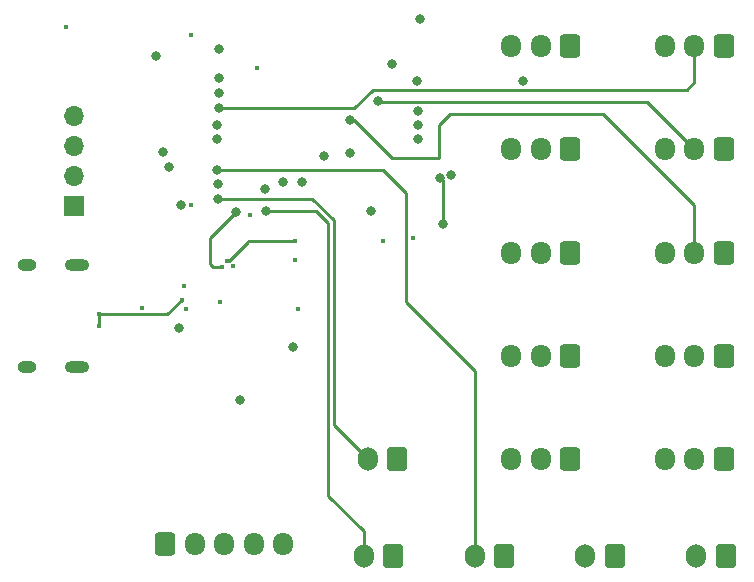
<source format=gbr>
%TF.GenerationSoftware,KiCad,Pcbnew,6.0.4-1.fc35*%
%TF.CreationDate,2022-04-06T20:21:09+03:00*%
%TF.ProjectId,Glove,476c6f76-652e-46b6-9963-61645f706362,rev?*%
%TF.SameCoordinates,Original*%
%TF.FileFunction,Copper,L3,Inr*%
%TF.FilePolarity,Positive*%
%FSLAX46Y46*%
G04 Gerber Fmt 4.6, Leading zero omitted, Abs format (unit mm)*
G04 Created by KiCad (PCBNEW 6.0.4-1.fc35) date 2022-04-06 20:21:09*
%MOMM*%
%LPD*%
G01*
G04 APERTURE LIST*
G04 Aperture macros list*
%AMRoundRect*
0 Rectangle with rounded corners*
0 $1 Rounding radius*
0 $2 $3 $4 $5 $6 $7 $8 $9 X,Y pos of 4 corners*
0 Add a 4 corners polygon primitive as box body*
4,1,4,$2,$3,$4,$5,$6,$7,$8,$9,$2,$3,0*
0 Add four circle primitives for the rounded corners*
1,1,$1+$1,$2,$3*
1,1,$1+$1,$4,$5*
1,1,$1+$1,$6,$7*
1,1,$1+$1,$8,$9*
0 Add four rect primitives between the rounded corners*
20,1,$1+$1,$2,$3,$4,$5,0*
20,1,$1+$1,$4,$5,$6,$7,0*
20,1,$1+$1,$6,$7,$8,$9,0*
20,1,$1+$1,$8,$9,$2,$3,0*%
G04 Aperture macros list end*
%TA.AperFunction,ComponentPad*%
%ADD10RoundRect,0.250000X0.600000X0.725000X-0.600000X0.725000X-0.600000X-0.725000X0.600000X-0.725000X0*%
%TD*%
%TA.AperFunction,ComponentPad*%
%ADD11O,1.700000X1.950000*%
%TD*%
%TA.AperFunction,ComponentPad*%
%ADD12RoundRect,0.250000X0.600000X0.750000X-0.600000X0.750000X-0.600000X-0.750000X0.600000X-0.750000X0*%
%TD*%
%TA.AperFunction,ComponentPad*%
%ADD13O,1.700000X2.000000*%
%TD*%
%TA.AperFunction,ComponentPad*%
%ADD14RoundRect,0.250000X-0.600000X-0.725000X0.600000X-0.725000X0.600000X0.725000X-0.600000X0.725000X0*%
%TD*%
%TA.AperFunction,ComponentPad*%
%ADD15O,2.100000X1.000000*%
%TD*%
%TA.AperFunction,ComponentPad*%
%ADD16O,1.600000X1.000000*%
%TD*%
%TA.AperFunction,ComponentPad*%
%ADD17R,1.700000X1.700000*%
%TD*%
%TA.AperFunction,ComponentPad*%
%ADD18O,1.700000X1.700000*%
%TD*%
%TA.AperFunction,ViaPad*%
%ADD19C,0.800000*%
%TD*%
%TA.AperFunction,ViaPad*%
%ADD20C,0.450000*%
%TD*%
%TA.AperFunction,Conductor*%
%ADD21C,0.250000*%
%TD*%
G04 APERTURE END LIST*
D10*
%TO.N,GND*%
%TO.C,RV_Pinky1*%
X171500000Y-96525000D03*
D11*
%TO.N,PinkyPot*%
X169000000Y-96525000D03*
%TO.N,+3V3*%
X166500000Y-96525000D03*
%TD*%
D12*
%TO.N,GND*%
%TO.C,BTN_A1*%
X152894444Y-104725000D03*
D13*
%TO.N,BtnA*%
X150394444Y-104725000D03*
%TD*%
D10*
%TO.N,RingPWM*%
%TO.C,Ring_Servo1*%
X158500000Y-87775000D03*
D11*
%TO.N,+5V*%
X156000000Y-87775000D03*
%TO.N,GND*%
X153500000Y-87775000D03*
%TD*%
D10*
%TO.N,GND*%
%TO.C,RV_Pointer1*%
X171500000Y-87775000D03*
D11*
%TO.N,PointerPot*%
X169000000Y-87775000D03*
%TO.N,+3V3*%
X166500000Y-87775000D03*
%TD*%
D12*
%TO.N,GND*%
%TO.C,BTN_Trigger1*%
X143850000Y-96525000D03*
D13*
%TO.N,BtnTrigger*%
X141350000Y-96525000D03*
%TD*%
D12*
%TO.N,GND*%
%TO.C,BTN_B1*%
X171650000Y-104725000D03*
D13*
%TO.N,BtnB*%
X169150000Y-104725000D03*
%TD*%
D14*
%TO.N,+3V3*%
%TO.C,J2*%
X124200000Y-103675000D03*
D11*
%TO.N,JoyX*%
X126700000Y-103675000D03*
%TO.N,JoyY*%
X129200000Y-103675000D03*
%TO.N,JoyClick*%
X131700000Y-103675000D03*
%TO.N,GND*%
X134200000Y-103675000D03*
%TD*%
D12*
%TO.N,GND*%
%TO.C,BTN_Grab1*%
X143516667Y-104725000D03*
D13*
%TO.N,BtnGrab*%
X141016667Y-104725000D03*
%TD*%
D10*
%TO.N,PinkyPWM*%
%TO.C,Pinky_Servo1*%
X158500000Y-96525000D03*
D11*
%TO.N,+5V*%
X156000000Y-96525000D03*
%TO.N,GND*%
X153500000Y-96525000D03*
%TD*%
D10*
%TO.N,GND*%
%TO.C,RV_Ring1*%
X171500000Y-70275000D03*
D11*
%TO.N,RingPot*%
X169000000Y-70275000D03*
%TO.N,+3V3*%
X166500000Y-70275000D03*
%TD*%
D15*
%TO.N,GND*%
%TO.C,J1*%
X116705000Y-80080000D03*
X116705000Y-88720000D03*
D16*
X112525000Y-88720000D03*
X112525000Y-80080000D03*
%TD*%
D10*
%TO.N,PointerPWM*%
%TO.C,Pointer_Servo1*%
X158500000Y-70275000D03*
D11*
%TO.N,+5V*%
X156000000Y-70275000D03*
%TO.N,GND*%
X153500000Y-70275000D03*
%TD*%
D10*
%TO.N,MiddlePWM*%
%TO.C,Middle_Servo1*%
X158500000Y-79025000D03*
D11*
%TO.N,+5V*%
X156000000Y-79025000D03*
%TO.N,GND*%
X153500000Y-79025000D03*
%TD*%
D12*
%TO.N,GND*%
%TO.C,BTN_Pinch1*%
X162272221Y-104725000D03*
D13*
%TO.N,BtnPinch*%
X159772221Y-104725000D03*
%TD*%
D17*
%TO.N,/MTMS*%
%TO.C,J_JTAG1*%
X116500000Y-75100000D03*
D18*
%TO.N,/MTDI*%
X116500000Y-72560000D03*
%TO.N,/MTCK*%
X116500000Y-70020000D03*
%TO.N,/MTDO*%
X116500000Y-67480000D03*
%TD*%
D10*
%TO.N,GND*%
%TO.C,RV_Thumb1*%
X171500000Y-61525000D03*
D11*
%TO.N,ThumbPot*%
X169000000Y-61525000D03*
%TO.N,+3V3*%
X166500000Y-61525000D03*
%TD*%
D10*
%TO.N,GND*%
%TO.C,RV_Middle1*%
X171500000Y-79025000D03*
D11*
%TO.N,MiddlePot*%
X169000000Y-79025000D03*
%TO.N,+3V3*%
X166500000Y-79025000D03*
%TD*%
D10*
%TO.N,ThumbPWM*%
%TO.C,Thumb_Servo1*%
X158500000Y-61525000D03*
D11*
%TO.N,+5V*%
X156000000Y-61525000D03*
%TO.N,GND*%
X153500000Y-61525000D03*
%TD*%
D19*
%TO.N,GND*%
X135000000Y-87000000D03*
D20*
X128800000Y-83200000D03*
X131400000Y-75800000D03*
X125800000Y-81800000D03*
D19*
X123400000Y-62400000D03*
D20*
X132000000Y-63400000D03*
X135400000Y-83800000D03*
D19*
%TO.N,BtnA*%
X128600000Y-72000000D03*
%TO.N,BtnB*%
X125500000Y-75000000D03*
X128660000Y-73195000D03*
%TO.N,BtnGrab*%
X132715000Y-75465000D03*
X124500000Y-71775500D03*
%TO.N,BtnPinch*%
X145800000Y-59200000D03*
X148400000Y-72400000D03*
%TO.N,BtnTrigger*%
X128660000Y-74465000D03*
D20*
%TO.N,+3V3*%
X115820000Y-59875000D03*
D19*
X125400000Y-85400000D03*
X130500000Y-91500000D03*
%TO.N,JoyX*%
X134200000Y-73000000D03*
X139800000Y-70600000D03*
X128600000Y-68200000D03*
%TO.N,JoyY*%
X135800000Y-73000000D03*
X128600000Y-69400000D03*
%TO.N,JoyClick*%
X137600000Y-70800000D03*
%TO.N,MiddlePWM*%
X145600000Y-67000000D03*
%TO.N,PinkyPWM*%
X145600000Y-69400000D03*
%TO.N,PointerPWM*%
X145500000Y-64500000D03*
%TO.N,JTAG_MTDO*%
X124012299Y-70487701D03*
X141605000Y-75465000D03*
%TO.N,RingPWM*%
X145600000Y-68200000D03*
%TO.N,MiddlePot*%
X128750000Y-64250000D03*
X139800000Y-67800000D03*
%TO.N,PinkyPot*%
X147436533Y-72665963D03*
X147675500Y-76600000D03*
X128750000Y-61750000D03*
%TO.N,PointerPot*%
X128750000Y-65500000D03*
%TO.N,RingPot*%
X142200000Y-66200000D03*
%TO.N,ThumbPot*%
X128750000Y-66750000D03*
%TO.N,ThumbPWM*%
X154500000Y-64500000D03*
D20*
%TO.N,Net-(J1-PadA7)*%
X125994759Y-83825014D03*
X122200000Y-83675500D03*
%TO.N,Net-(J1-PadA6)*%
X118600000Y-85200000D03*
X118600000Y-84200000D03*
X125600000Y-83000000D03*
%TO.N,EN*%
X126400000Y-60600000D03*
X126400000Y-75000000D03*
%TO.N,IO0*%
X145200000Y-77800000D03*
X129452735Y-79734292D03*
X135200000Y-78000000D03*
X142600000Y-78000000D03*
%TO.N,RXD*%
X129928698Y-80176233D03*
X135200000Y-79600000D03*
D19*
%TO.N,TXD*%
X130200000Y-75600000D03*
D20*
X129000000Y-80200000D03*
D19*
X143400000Y-63000000D03*
X132600000Y-73600000D03*
%TD*%
D21*
%TO.N,BtnA*%
X142607141Y-71992859D02*
X128607141Y-71992859D01*
X150394444Y-88994444D02*
X144600000Y-83200000D01*
X128607141Y-71992859D02*
X128600000Y-72000000D01*
X144600000Y-83200000D02*
X144600000Y-73985718D01*
X144600000Y-73985718D02*
X142607141Y-71992859D01*
X150394444Y-104725000D02*
X150394444Y-88994444D01*
%TO.N,BtnGrab*%
X141016667Y-104725000D02*
X141016667Y-102616667D01*
X138000000Y-76465000D02*
X137000000Y-75465000D01*
X138000000Y-99600000D02*
X138000000Y-76465000D01*
X141016667Y-102616667D02*
X138000000Y-99600000D01*
X137000000Y-75465000D02*
X132715000Y-75465000D01*
%TO.N,BtnTrigger*%
X138449520Y-93624520D02*
X138449520Y-76278802D01*
X141350000Y-96525000D02*
X138449520Y-93624520D01*
X136635718Y-74465000D02*
X128660000Y-74465000D01*
X138449520Y-76278802D02*
X136635718Y-74465000D01*
%TO.N,MiddlePot*%
X161300479Y-67300479D02*
X148299521Y-67300479D01*
X162200000Y-68200000D02*
X161300479Y-67300479D01*
X169000000Y-75000000D02*
X162200000Y-68200000D01*
X148299521Y-67300479D02*
X147800000Y-67800000D01*
X143400000Y-71000000D02*
X142600000Y-70200000D01*
X142600000Y-70200000D02*
X140200000Y-67800000D01*
X140200000Y-67800000D02*
X139800000Y-67800000D01*
X169000000Y-79025000D02*
X169000000Y-75000000D01*
X147400000Y-68200000D02*
X147400000Y-71000000D01*
X147800000Y-67800000D02*
X147400000Y-68200000D01*
X147400000Y-71000000D02*
X143400000Y-71000000D01*
%TO.N,PinkyPot*%
X147675500Y-72904930D02*
X147436533Y-72665963D01*
X147675500Y-76600000D02*
X147675500Y-72904930D01*
%TO.N,RingPot*%
X142475489Y-66275489D02*
X142400000Y-66200000D01*
X169000000Y-70275000D02*
X165000489Y-66275489D01*
X165000489Y-66275489D02*
X142475489Y-66275489D01*
X142400000Y-66200000D02*
X142200000Y-66200000D01*
%TO.N,ThumbPot*%
X169000000Y-64600000D02*
X168375489Y-65224511D01*
X141775489Y-65224511D02*
X140200000Y-66800000D01*
X140200000Y-66800000D02*
X128800000Y-66800000D01*
X168375489Y-65224511D02*
X141775489Y-65224511D01*
X128800000Y-66800000D02*
X128750000Y-66750000D01*
X169000000Y-61525000D02*
X169000000Y-64600000D01*
%TO.N,Net-(J1-PadA6)*%
X118600000Y-84200000D02*
X118600000Y-85200000D01*
X118625011Y-84225011D02*
X118600000Y-84200000D01*
X124374989Y-84225011D02*
X118625011Y-84225011D01*
X125600000Y-83000000D02*
X124374989Y-84225011D01*
%TO.N,IO0*%
X131191257Y-78136547D02*
X129593512Y-79734292D01*
X131191257Y-78000000D02*
X135200000Y-78000000D01*
X129593512Y-79734292D02*
X129452735Y-79734292D01*
X131191257Y-78000000D02*
X131191257Y-78136547D01*
%TO.N,TXD*%
X128000000Y-77800000D02*
X130200000Y-75600000D01*
X128000000Y-80000000D02*
X128000000Y-77800000D01*
X128200000Y-80200000D02*
X128000000Y-80000000D01*
X129000000Y-80200000D02*
X128200000Y-80200000D01*
%TD*%
M02*

</source>
